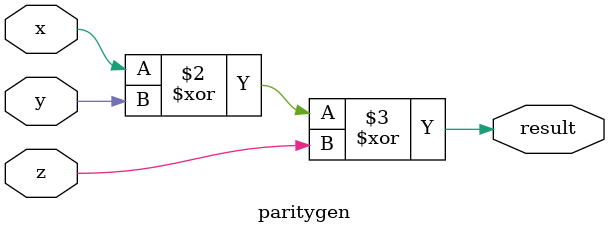
<source format=v>
`timescale 1ns / 1ps


module paritygen(input x,y,z,output reg result );

always@(*)
begin
result=x^y^z;
end

endmodule

</source>
